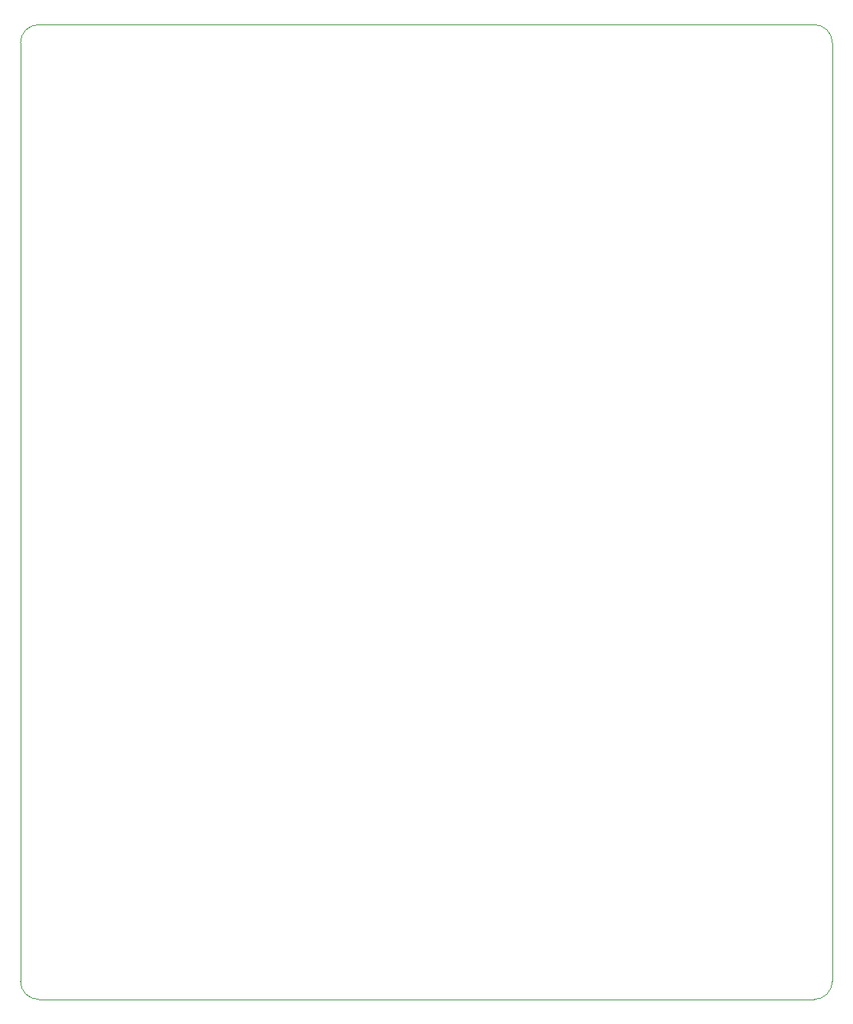
<source format=gbr>
%TF.GenerationSoftware,KiCad,Pcbnew,8.0.1-8.0.1-0~ubuntu23.10.1*%
%TF.CreationDate,2024-04-25T23:44:33+01:00*%
%TF.ProjectId,g5500-pidrive,67353530-302d-4706-9964-726976652e6b,rev?*%
%TF.SameCoordinates,Original*%
%TF.FileFunction,Profile,NP*%
%FSLAX46Y46*%
G04 Gerber Fmt 4.6, Leading zero omitted, Abs format (unit mm)*
G04 Created by KiCad (PCBNEW 8.0.1-8.0.1-0~ubuntu23.10.1) date 2024-04-25 23:44:33*
%MOMM*%
%LPD*%
G01*
G04 APERTURE LIST*
%TA.AperFunction,Profile*%
%ADD10C,0.050000*%
%TD*%
G04 APERTURE END LIST*
D10*
X124000000Y-34000000D02*
X124000000Y-138000000D01*
X122000000Y-32000000D02*
G75*
G02*
X124000000Y-34000000I0J-2000000D01*
G01*
X124000000Y-138000000D02*
G75*
G02*
X122000000Y-140000000I-2000000J0D01*
G01*
X36000000Y-140000000D02*
X122000000Y-140000000D01*
X36000000Y-140000000D02*
G75*
G02*
X34000000Y-138000000I0J2000000D01*
G01*
X34000000Y-34000000D02*
G75*
G02*
X36000000Y-32000000I2000000J0D01*
G01*
X34000000Y-34000000D02*
X34000000Y-138000000D01*
X36000000Y-32000000D02*
X122000000Y-32000000D01*
M02*

</source>
